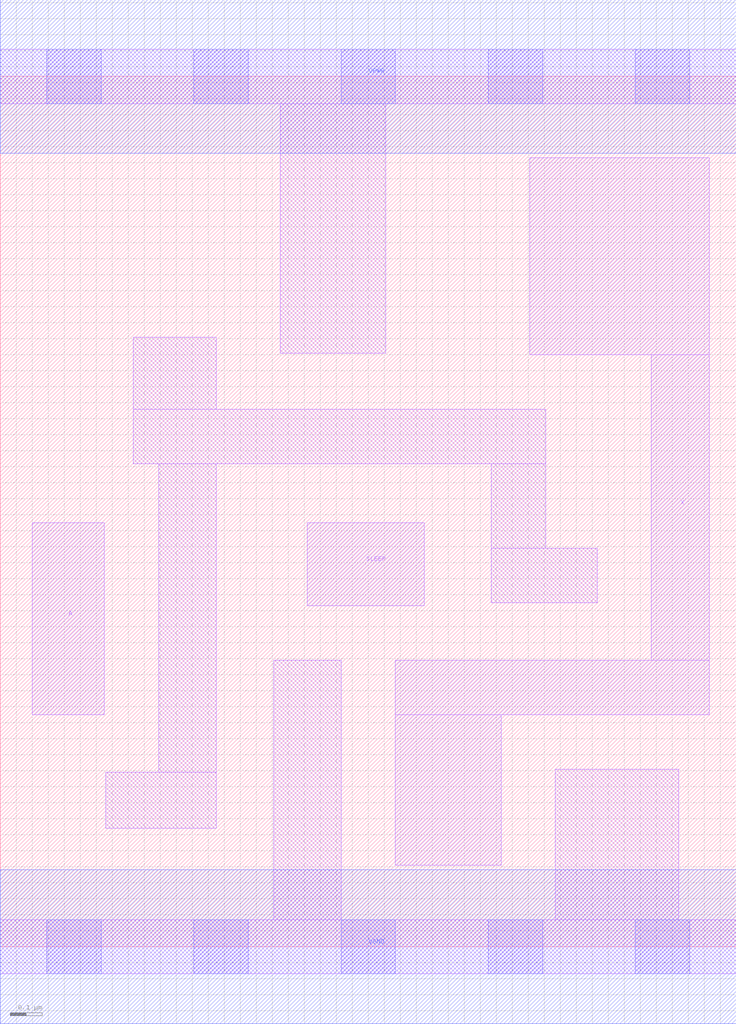
<source format=lef>
# Copyright 2020 The SkyWater PDK Authors
#
# Licensed under the Apache License, Version 2.0 (the "License");
# you may not use this file except in compliance with the License.
# You may obtain a copy of the License at
#
#     https://www.apache.org/licenses/LICENSE-2.0
#
# Unless required by applicable law or agreed to in writing, software
# distributed under the License is distributed on an "AS IS" BASIS,
# WITHOUT WARRANTIES OR CONDITIONS OF ANY KIND, either express or implied.
# See the License for the specific language governing permissions and
# limitations under the License.
#
# SPDX-License-Identifier: Apache-2.0

VERSION 5.7 ;
  NOWIREEXTENSIONATPIN ON ;
  DIVIDERCHAR "/" ;
  BUSBITCHARS "[]" ;
UNITS
  DATABASE MICRONS 200 ;
END UNITS
MACRO sky130_fd_sc_hd__lpflow_isobufsrc_1
  CLASS CORE ;
  FOREIGN sky130_fd_sc_hd__lpflow_isobufsrc_1 ;
  ORIGIN  0.000000  0.000000 ;
  SIZE  2.300000 BY  2.720000 ;
  SYMMETRY X Y R90 ;
  SITE unithd ;
  PIN A
    ANTENNAGATEAREA  0.126000 ;
    DIRECTION INPUT ;
    USE SIGNAL ;
    PORT
      LAYER li1 ;
        RECT 0.100000 0.725000 0.325000 1.325000 ;
    END
  END A
  PIN SLEEP
    ANTENNAGATEAREA  0.247500 ;
    DIRECTION INPUT ;
    USE SIGNAL ;
    PORT
      LAYER li1 ;
        RECT 0.960000 1.065000 1.325000 1.325000 ;
    END
  END SLEEP
  PIN X
    ANTENNADIFFAREA  0.435500 ;
    DIRECTION OUTPUT ;
    USE SIGNAL ;
    PORT
      LAYER li1 ;
        RECT 1.235000 0.255000 1.565000 0.725000 ;
        RECT 1.235000 0.725000 2.215000 0.895000 ;
        RECT 1.655000 1.850000 2.215000 2.465000 ;
        RECT 2.035000 0.895000 2.215000 1.850000 ;
    END
  END X
  PIN VGND
    DIRECTION INOUT ;
    SHAPE ABUTMENT ;
    USE GROUND ;
    PORT
      LAYER met1 ;
        RECT 0.000000 -0.240000 2.300000 0.240000 ;
    END
  END VGND
  PIN VPWR
    DIRECTION INOUT ;
    SHAPE ABUTMENT ;
    USE POWER ;
    PORT
      LAYER met1 ;
        RECT 0.000000 2.480000 2.300000 2.960000 ;
    END
  END VPWR
  OBS
    LAYER li1 ;
      RECT 0.000000 -0.085000 2.300000 0.085000 ;
      RECT 0.000000  2.635000 2.300000 2.805000 ;
      RECT 0.330000  0.370000 0.675000 0.545000 ;
      RECT 0.415000  1.510000 1.705000 1.680000 ;
      RECT 0.415000  1.680000 0.675000 1.905000 ;
      RECT 0.495000  0.545000 0.675000 1.510000 ;
      RECT 0.855000  0.085000 1.065000 0.895000 ;
      RECT 0.875000  1.855000 1.205000 2.635000 ;
      RECT 1.535000  1.075000 1.865000 1.245000 ;
      RECT 1.535000  1.245000 1.705000 1.510000 ;
      RECT 1.735000  0.085000 2.120000 0.555000 ;
    LAYER mcon ;
      RECT 0.145000 -0.085000 0.315000 0.085000 ;
      RECT 0.145000  2.635000 0.315000 2.805000 ;
      RECT 0.605000 -0.085000 0.775000 0.085000 ;
      RECT 0.605000  2.635000 0.775000 2.805000 ;
      RECT 1.065000 -0.085000 1.235000 0.085000 ;
      RECT 1.065000  2.635000 1.235000 2.805000 ;
      RECT 1.525000 -0.085000 1.695000 0.085000 ;
      RECT 1.525000  2.635000 1.695000 2.805000 ;
      RECT 1.985000 -0.085000 2.155000 0.085000 ;
      RECT 1.985000  2.635000 2.155000 2.805000 ;
  END
END sky130_fd_sc_hd__lpflow_isobufsrc_1
END LIBRARY

</source>
